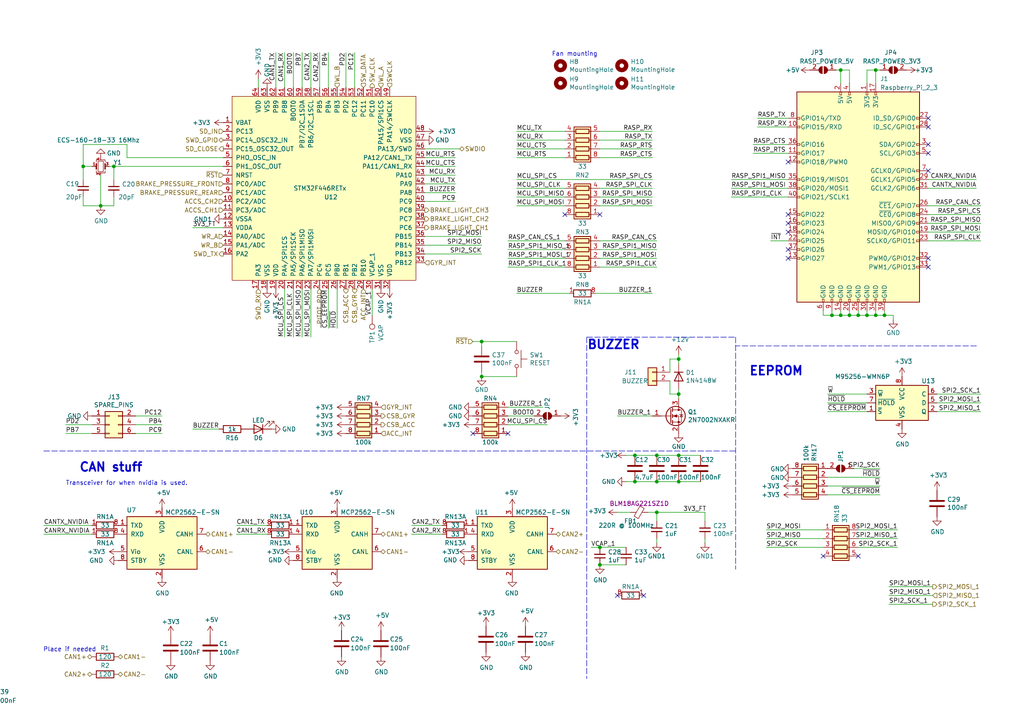
<source format=kicad_sch>
(kicad_sch (version 20211123) (generator eeschema)
  (paper "A4")
  (title_block (title "DAS+ECU") (date "2022-01-10") (rev "v1.0") (company "E-Agle TRT") (comment 1 "Filippo Volpe"))
  (junction (at 251.46 91.44))
  (junction (at 243.84 91.44))
  (junction (at 139.7 109.22))
  (junction (at 184.15 132.08))
  (junction (at 196.85 114.3))
  (junction (at 243.84 20.32))
  (junction (at 190.5 148.59))
  (junction (at -68.58 173.99))
  (junction (at 196.85 132.08))
  (junction (at 190.5 139.7))
  (junction (at 248.92 91.44))
  (junction (at 256.54 91.44))
  (junction (at 190.5 132.08))
  (junction (at 241.3 91.44))
  (junction (at -59.69 173.99))
  (junction (at 173.99 163.83))
  (junction (at 139.7 99.06))
  (junction (at 196.85 139.7))
  (junction (at 184.15 139.7))
  (junction (at 254 91.44))
  (junction (at 33.02 48.26))
  (junction (at -63.5 185.42))
  (junction (at 246.38 91.44))
  (junction (at 196.85 104.14))
  (junction (at 29.21 59.69))
  (junction (at -21.59 181.61))
  (junction (at 254 20.32))
  (junction (at 24.13 48.26))
  (junction (at 173.99 158.75))
  (no_connect (at 228.6 72.39))
  (no_connect (at 248.92 161.29))
  (no_connect (at 228.6 62.23))
  (no_connect (at 228.6 64.77))
  (no_connect (at 228.6 74.93))
  (no_connect (at 173.99 62.23))
  (no_connect (at 228.6 46.99))
  (no_connect (at 137.16 125.73))
  (no_connect (at 228.6 67.31))
  (no_connect (at 269.24 36.83))
  (no_connect (at 179.07 172.72))
  (no_connect (at 269.24 74.93))
  (no_connect (at 269.24 34.29))
  (no_connect (at 238.76 161.29))
  (no_connect (at 186.69 172.72))
  (no_connect (at 269.24 49.53))
  (no_connect (at 269.24 77.47))
  (no_connect (at 269.24 41.91))
  (no_connect (at 163.83 62.23))
  (no_connect (at 147.32 125.73))
  (no_connect (at 269.24 44.45))
  (wire (pts (xy 90.17 25.4) (xy 90.17 15.24)))
  (wire (pts (xy -11.43 181.61) (xy -8.89 181.61)))
  (wire (pts (xy -54.61 167.64) (xy -68.58 167.64)))
  (wire (pts (xy -73.66 156.21) (xy -54.61 156.21)))
  (wire (pts (xy 219.71 34.29) (xy 228.6 34.29)))
  (wire (pts (xy 196.85 139.7) (xy 190.5 139.7)))
  (wire (pts (xy 31.75 48.26) (xy 33.02 48.26)))
  (wire (pts (xy 173.99 45.72) (xy 189.23 45.72)))
  (wire (pts (xy 190.5 148.59) (xy 190.5 151.13)))
  (wire (pts (xy 29.21 50.8) (xy 29.21 59.69)))
  (wire (pts (xy 173.99 38.1) (xy 189.23 38.1)))
  (wire (pts (xy 46.99 120.65) (xy 39.37 120.65)))
  (wire (pts (xy 242.57 20.32) (xy 243.84 20.32)))
  (wire (pts (xy 260.35 158.75) (xy 248.92 158.75)))
  (wire (pts (xy 77.47 152.4) (xy 68.58 152.4)))
  (wire (pts (xy 123.19 73.66) (xy 139.7 73.66)))
  (wire (pts (xy 255.27 143.51) (xy 240.03 143.51)))
  (wire (pts (xy 26.67 154.94) (xy 12.7 154.94)))
  (wire (pts (xy 269.24 52.07) (xy 283.21 52.07)))
  (wire (pts (xy 87.63 15.24) (xy 87.63 25.4)))
  (wire (pts (xy -54.61 158.75) (xy -73.66 158.75)))
  (wire (pts (xy 82.55 83.82) (xy 82.55 97.79)))
  (polyline (pts (xy 283.21 100.33) (xy 213.36 100.33)))
  (wire (pts (xy 139.7 107.95) (xy 139.7 109.22)))
  (wire (pts (xy 243.84 20.32) (xy 246.38 20.32)))
  (wire (pts (xy 238.76 91.44) (xy 238.76 90.17)))
  (wire (pts (xy 132.08 48.26) (xy 123.19 48.26)))
  (wire (pts (xy 139.7 99.06) (xy 149.86 99.06)))
  (polyline (pts (xy 170.18 97.79) (xy 170.18 196.85)))
  (wire (pts (xy 256.54 90.17) (xy 256.54 91.44)))
  (wire (pts (xy 223.52 69.85) (xy 228.6 69.85)))
  (wire (pts (xy 240.03 140.97) (xy 255.27 140.97)))
  (wire (pts (xy 149.86 85.09) (xy 165.1 85.09)))
  (wire (pts (xy 149.86 54.61) (xy 163.83 54.61)))
  (wire (pts (xy -68.58 182.88) (xy -68.58 185.42)))
  (wire (pts (xy 123.19 71.12) (xy 139.7 71.12)))
  (wire (pts (xy 246.38 20.32) (xy 246.38 24.13)))
  (wire (pts (xy 181.61 163.83) (xy 173.99 163.83)))
  (wire (pts (xy 284.48 114.3) (xy 271.78 114.3)))
  (wire (pts (xy 240.03 119.38) (xy 251.46 119.38)))
  (wire (pts (xy 257.81 172.72) (xy 270.51 172.72)))
  (wire (pts (xy 33.02 57.15) (xy 33.02 59.69)))
  (wire (pts (xy 24.13 48.26) (xy 24.13 41.91)))
  (wire (pts (xy 284.48 64.77) (xy 269.24 64.77)))
  (wire (pts (xy 283.21 54.61) (xy 269.24 54.61)))
  (wire (pts (xy 149.86 43.18) (xy 163.83 43.18)))
  (wire (pts (xy 149.86 38.1) (xy 163.83 38.1)))
  (wire (pts (xy 149.86 59.69) (xy 163.83 59.69)))
  (wire (pts (xy 157.48 118.11) (xy 147.32 118.11)))
  (wire (pts (xy 194.31 104.14) (xy 194.31 107.95)))
  (wire (pts (xy 254 24.13) (xy 254 20.32)))
  (wire (pts (xy 147.32 74.93) (xy 163.83 74.93)))
  (wire (pts (xy 254 90.17) (xy 254 91.44)))
  (wire (pts (xy 212.09 57.15) (xy 228.6 57.15)))
  (wire (pts (xy 238.76 153.67) (xy 222.25 153.67)))
  (wire (pts (xy 204.47 157.48) (xy 204.47 156.21)))
  (wire (pts (xy 149.86 52.07) (xy 189.23 52.07)))
  (wire (pts (xy 39.37 125.73) (xy 46.99 125.73)))
  (wire (pts (xy 24.13 59.69) (xy 29.21 59.69)))
  (wire (pts (xy 284.48 62.23) (xy 269.24 62.23)))
  (wire (pts (xy 12.7 152.4) (xy 26.67 152.4)))
  (wire (pts (xy 163.83 45.72) (xy 149.86 45.72)))
  (wire (pts (xy 228.6 36.83) (xy 219.71 36.83)))
  (wire (pts (xy 196.85 132.08) (xy 203.2 132.08)))
  (wire (pts (xy 123.19 50.8) (xy 132.08 50.8)))
  (wire (pts (xy -59.69 173.99) (xy -59.69 177.8)))
  (wire (pts (xy 240.03 114.3) (xy 251.46 114.3)))
  (wire (pts (xy 254 91.44) (xy 251.46 91.44)))
  (wire (pts (xy 36.83 41.91) (xy 36.83 45.72)))
  (wire (pts (xy 257.81 170.18) (xy 270.51 170.18)))
  (polyline (pts (xy 170.18 97.79) (xy 213.36 97.79)))
  (wire (pts (xy 33.02 59.69) (xy 29.21 59.69)))
  (wire (pts (xy 255.27 20.32) (xy 254 20.32)))
  (wire (pts (xy 218.44 44.45) (xy 228.6 44.45)))
  (wire (pts (xy 163.83 40.64) (xy 149.86 40.64)))
  (wire (pts (xy 132.08 53.34) (xy 123.19 53.34)))
  (wire (pts (xy 24.13 41.91) (xy 36.83 41.91)))
  (wire (pts (xy 33.02 48.26) (xy 33.02 52.07)))
  (wire (pts (xy -59.69 173.99) (xy -54.61 173.99)))
  (wire (pts (xy 24.13 57.15) (xy 24.13 59.69)))
  (wire (pts (xy 163.83 72.39) (xy 147.32 72.39)))
  (wire (pts (xy 189.23 54.61) (xy 173.99 54.61)))
  (wire (pts (xy -73.66 151.13) (xy -54.61 151.13)))
  (wire (pts (xy 284.48 67.31) (xy 269.24 67.31)))
  (wire (pts (xy 107.95 91.44) (xy 107.95 83.82)))
  (wire (pts (xy 240.03 116.84) (xy 251.46 116.84)))
  (wire (pts (xy 196.85 102.87) (xy 196.85 104.14)))
  (wire (pts (xy 196.85 104.14) (xy 196.85 105.41)))
  (wire (pts (xy 97.79 95.25) (xy 97.79 83.82)))
  (wire (pts (xy 259.08 92.71) (xy 259.08 91.44)))
  (wire (pts (xy 190.5 77.47) (xy 173.99 77.47)))
  (wire (pts (xy -68.58 173.99) (xy -66.04 173.99)))
  (wire (pts (xy 24.13 48.26) (xy 24.13 52.07)))
  (wire (pts (xy 248.92 90.17) (xy 248.92 91.44)))
  (wire (pts (xy 128.27 154.94) (xy 119.38 154.94)))
  (wire (pts (xy 55.88 124.46) (xy 63.5 124.46)))
  (wire (pts (xy 181.61 158.75) (xy 173.99 158.75)))
  (wire (pts (xy -10.16 151.13) (xy -24.13 151.13)))
  (wire (pts (xy 260.35 153.67) (xy 248.92 153.67)))
  (wire (pts (xy -54.61 153.67) (xy -73.66 153.67)))
  (wire (pts (xy 147.32 77.47) (xy 163.83 77.47)))
  (wire (pts (xy 82.55 25.4) (xy 82.55 15.24)))
  (wire (pts (xy 256.54 91.44) (xy 254 91.44)))
  (wire (pts (xy 163.83 69.85) (xy 147.32 69.85)))
  (wire (pts (xy 246.38 91.44) (xy 243.84 91.44)))
  (wire (pts (xy 173.99 69.85) (xy 190.5 69.85)))
  (wire (pts (xy 190.5 132.08) (xy 196.85 132.08)))
  (wire (pts (xy 241.3 90.17) (xy 241.3 91.44)))
  (wire (pts (xy 190.5 148.59) (xy 204.47 148.59)))
  (wire (pts (xy 243.84 91.44) (xy 241.3 91.44)))
  (wire (pts (xy -60.96 173.99) (xy -59.69 173.99)))
  (wire (pts (xy 251.46 90.17) (xy 251.46 91.44)))
  (wire (pts (xy 212.09 52.07) (xy 228.6 52.07)))
  (wire (pts (xy 238.76 156.21) (xy 222.25 156.21)))
  (wire (pts (xy 194.31 110.49) (xy 194.31 114.3)))
  (wire (pts (xy 24.13 48.26) (xy 26.67 48.26)))
  (polyline (pts (xy 213.36 97.79) (xy 213.36 165.1)))
  (wire (pts (xy -19.05 181.61) (xy -21.59 181.61)))
  (wire (pts (xy 133.35 43.18) (xy 123.19 43.18)))
  (wire (pts (xy 181.61 132.08) (xy 184.15 132.08)))
  (wire (pts (xy 196.85 113.03) (xy 196.85 114.3)))
  (wire (pts (xy 257.81 175.26) (xy 270.51 175.26)))
  (wire (pts (xy 284.48 69.85) (xy 269.24 69.85)))
  (wire (pts (xy 204.47 148.59) (xy 204.47 151.13)))
  (wire (pts (xy 77.47 154.94) (xy 68.58 154.94)))
  (wire (pts (xy 179.07 148.59) (xy 182.88 148.59)))
  (wire (pts (xy 259.08 91.44) (xy 256.54 91.44)))
  (wire (pts (xy 46.99 123.19) (xy 39.37 123.19)))
  (wire (pts (xy 243.84 90.17) (xy 243.84 91.44)))
  (wire (pts (xy 260.35 156.21) (xy 248.92 156.21)))
  (wire (pts (xy 238.76 158.75) (xy 222.25 158.75)))
  (wire (pts (xy -63.5 176.53) (xy -63.5 185.42)))
  (wire (pts (xy 95.25 15.24) (xy 95.25 25.4)))
  (wire (pts (xy 100.33 25.4) (xy 100.33 15.24)))
  (wire (pts (xy -59.69 182.88) (xy -59.69 185.42)))
  (wire (pts (xy 87.63 83.82) (xy 87.63 97.79)))
  (wire (pts (xy 173.99 72.39) (xy 190.5 72.39)))
  (wire (pts (xy -20.32 166.37) (xy -24.13 166.37)))
  (wire (pts (xy 90.17 97.79) (xy 90.17 83.82)))
  (wire (pts (xy 33.02 48.26) (xy 64.77 48.26)))
  (wire (pts (xy 179.07 120.65) (xy 189.23 120.65)))
  (wire (pts (xy 246.38 90.17) (xy 246.38 91.44)))
  (wire (pts (xy 190.5 139.7) (xy 184.15 139.7)))
  (wire (pts (xy 189.23 57.15) (xy 173.99 57.15)))
  (wire (pts (xy 123.19 68.58) (xy 139.7 68.58)))
  (wire (pts (xy 194.31 114.3) (xy 196.85 114.3)))
  (wire (pts (xy 154.94 120.65) (xy 147.32 120.65)))
  (wire (pts (xy 55.88 66.04) (xy 64.77 66.04)))
  (wire (pts (xy 196.85 114.3) (xy 196.85 115.57)))
  (wire (pts (xy 190.5 157.48) (xy 190.5 156.21)))
  (wire (pts (xy 139.7 109.22) (xy 149.86 109.22)))
  (wire (pts (xy 189.23 40.64) (xy 173.99 40.64)))
  (wire (pts (xy 248.92 91.44) (xy 246.38 91.44)))
  (wire (pts (xy 85.09 97.79) (xy 85.09 83.82)))
  (wire (pts (xy 139.7 100.33) (xy 139.7 99.06)))
  (wire (pts (xy 80.01 25.4) (xy 80.01 15.24)))
  (wire (pts (xy 123.19 58.42) (xy 132.08 58.42)))
  (wire (pts (xy 243.84 24.13) (xy 243.84 20.32)))
  (wire (pts (xy 26.67 125.73) (xy 19.05 125.73)))
  (wire (pts (xy 128.27 152.4) (xy 119.38 152.4)))
  (wire (pts (xy 132.08 55.88) (xy 123.19 55.88)))
  (wire (pts (xy 284.48 119.38) (xy 271.78 119.38)))
  (wire (pts (xy 171.45 158.75) (xy 173.99 158.75)))
  (wire (pts (xy 184.15 132.08) (xy 190.5 132.08)))
  (wire (pts (xy 184.15 139.7) (xy 181.61 139.7)))
  (wire (pts (xy -68.58 173.99) (xy -68.58 167.64)))
  (polyline (pts (xy 12.7 130.81) (xy 213.36 130.81)))
  (wire (pts (xy 218.44 41.91) (xy 228.6 41.91)))
  (wire (pts (xy 172.72 85.09) (xy 189.23 85.09)))
  (wire (pts (xy 228.6 54.61) (xy 212.09 54.61)))
  (wire (pts (xy 187.96 148.59) (xy 190.5 148.59)))
  (wire (pts (xy -21.59 184.15) (xy -21.59 181.61)))
  (wire (pts (xy 92.71 25.4) (xy 92.71 15.24)))
  (wire (pts (xy 123.19 45.72) (xy 132.08 45.72)))
  (wire (pts (xy 189.23 59.69) (xy 173.99 59.69)))
  (wire (pts (xy 190.5 74.93) (xy 173.99 74.93)))
  (wire (pts (xy 247.65 135.89) (xy 255.27 135.89)))
  (wire (pts (xy -24.13 153.67) (xy -10.16 153.67)))
  (wire (pts (xy 203.2 139.7) (xy 196.85 139.7)))
  (wire (pts (xy 189.23 43.18) (xy 173.99 43.18)))
  (wire (pts (xy 149.86 57.15) (xy 163.83 57.15)))
  (wire (pts (xy 102.87 25.4) (xy 102.87 15.24)))
  (wire (pts (xy 85.09 15.24) (xy 85.09 25.4)))
  (wire (pts (xy 26.67 123.19) (xy 19.05 123.19)))
  (wire (pts (xy 251.46 91.44) (xy 248.92 91.44)))
  (wire (pts (xy -54.61 171.45) (xy -54.61 167.64)))
  (wire (pts (xy -21.59 181.61) (xy -24.13 181.61)))
  (wire (pts (xy 284.48 116.84) (xy 271.78 116.84)))
  (wire (pts (xy 254 20.32) (xy 251.46 20.32)))
  (wire (pts (xy 284.48 59.69) (xy 269.24 59.69)))
  (wire (pts (xy 64.77 45.72) (xy 36.83 45.72)))
  (wire (pts (xy 251.46 20.32) (xy 251.46 24.13)))
  (wire (pts (xy 95.25 95.25) (xy 95.25 83.82)))
  (wire (pts (xy -59.69 185.42) (xy -63.5 185.42)))
  (wire (pts (xy 158.75 123.19) (xy 147.32 123.19)))
  (wire (pts (xy -68.58 173.99) (xy -68.58 177.8)))
  (wire (pts (xy 74.93 22.86) (xy 74.93 25.4)))
  (wire (pts (xy 255.27 138.43) (xy 240.03 138.43)))
  (wire (pts (xy 194.31 104.14) (xy 196.85 104.14)))
  (wire (pts (xy 241.3 91.44) (xy 238.76 91.44)))
  (wire (pts (xy -68.58 185.42) (xy -63.5 185.42)))
  (wire (pts (xy 137.16 99.06) (xy 139.7 99.06)))
  (text "Place if needed" (at 27.94 189.23 180) (effects (font (size 1.27 1.27)) (justify right bottom)))
  (text "EEPROM" (at 217.17 109.22 0) (effects (font (size 2.54 2.54) (thickness 0.508) bold) (justify left bottom)))
  (text "BUZZER" (at 170.18 101.6 0) (effects (font (size 2.54 2.54) (thickness 0.508) bold) (justify left bottom)))
  (text "Transceiver for when nvidia is used." (at 19.05 140.97 0) (effects (font (size 1.27 1.27)) (justify left bottom)))
  (text "Fan mounting" (at 160.02 16.51 0) (effects (font (size 1.27 1.27)) (justify left bottom)))
  (text "CAN stuff" (at 22.86 137.16 0) (effects (font (size 2.54 2.54) (thickness 0.508) bold) (justify left bottom)))
  (label "CAN2_RX" (at 119.38 154.94 0))
  (label "MCU_CTS" (at 132.08 48.26 180))
  (label "RASP_SPI1_CLK_1" (at 147.32 77.47 0))
  (label "SPI2_MISO_1" (at 257.81 172.72 0))
  (label "CAN1_TX" (at 80.01 15.24 270))
  (label "SPI2_MISO_1" (at 260.35 156.21 180))
  (label "RASP_RX" (at 219.71 36.83 0))
  (label "RASP_SPI1_MOSI" (at 190.5 74.93 180))
  (label "MCU_SPI_MISO" (at 149.86 57.15 0))
  (label "BUZZER" (at 149.86 85.09 0))
  (label "~{W}" (at 240.03 114.3 0))
  (label "MCU_SPI_MOSI" (at 90.17 97.79 90))
  (label "SPI2_MOSI" (at 139.7 68.58 180))
  (label "CANRX_NVIDIA" (at 283.21 52.07 180))
  (label "RASP_RX" (at 189.23 38.1 180))
  (label "PC9" (at 46.99 125.73 180))
  (label "SPI2_SCK" (at 139.7 73.66 180))
  (label "RASP_SPI_CS" (at 284.48 62.23 180))
  (label "SPI2_MISO" (at 222.25 156.21 0))
  (label "MCU_SPI_CLK" (at 149.86 54.61 0))
  (label "RASP_CAN_CS" (at 284.48 59.69 180))
  (label "BOOT0" (at 154.94 120.65 180))
  (label "MCU_SPI_MISO" (at 87.63 97.79 90))
  (label "~{CS_EEPROM}" (at 95.25 95.25 90))
  (label "RASP_SPI1_MISO" (at 212.09 52.07 0))
  (label "RASP_SPI_CS" (at 189.23 52.07 180))
  (label "CAN2_TX" (at 90.17 15.24 270))
  (label "VCAP_1" (at 171.45 158.75 0))
  (label "BUZZER_1" (at 179.07 120.65 0))
  (label "BOOT0" (at 85.09 15.24 270))
  (label "SPI2_MOSI_1" (at 257.81 170.18 0))
  (label "MCU_RX" (at 149.86 40.64 0))
  (label "~{HOLD}" (at 255.27 138.43 180))
  (label "MCU_SPI_CS" (at 82.55 97.79 90))
  (label "RASP_TX" (at 219.71 34.29 0))
  (label "~{W}" (at 255.27 140.97 180))
  (label "PC12" (at 46.99 120.65 180))
  (label "RASP_SPI1_MOSI_1" (at -73.66 151.13 0))
  (label "RASP_SPI1_CLK" (at 212.09 57.15 0))
  (label "RASP_SPI_CLK" (at 189.23 54.61 180))
  (label "MCU_SPI_CS" (at 158.75 123.19 180))
  (label "CAN1_TX" (at 68.58 152.4 0))
  (label "RASP_SPI_MOSI" (at 189.23 59.69 180))
  (label "~{INT}" (at -20.32 166.37 180))
  (label "MCU_TX" (at 132.08 53.34 180))
  (label "RASP_SPI_MISO" (at 189.23 57.15 180))
  (label "RASP_SPI1_CLK_1" (at -73.66 158.75 0))
  (label "MCU_RTS" (at 149.86 45.72 0))
  (label "PD2" (at 100.33 15.24 270))
  (label "SPI2_SCK_1" (at 284.48 114.3 180))
  (label "SPI2_MOSI_1" (at 260.35 153.67 180))
  (label "CAN1_RX" (at 82.55 15.24 270))
  (label "MCU_CTS" (at 149.86 43.18 0))
  (label "PD2" (at 19.05 123.19 0))
  (label "~{INT}" (at 223.52 69.85 0))
  (label "CANTX_NVIDIA" (at -10.16 153.67 180))
  (label "SPI2_SCK_1" (at 260.35 158.75 180))
  (label "~{CS_EEPROM}" (at 240.03 119.38 0))
  (label "BUZZER_1" (at 157.48 118.11 180))
  (label "CAN2_RX" (at 92.71 15.24 270))
  (label "CAN1_RX" (at 68.58 154.94 0))
  (label "RASP_CTS" (at 189.23 45.72 180))
  (label "CAN2_TX" (at 119.38 152.4 0))
  (label "RASP_RTS" (at 218.44 44.45 0))
  (label "PC9" (at 132.08 58.42 180))
  (label "MCU_SPI_CS" (at 149.86 52.07 0))
  (label "PB7" (at 19.05 125.73 0))
  (label "RASP_TX" (at 189.23 40.64 180))
  (label "SPI2_SCK" (at 222.25 158.75 0))
  (label "PB7" (at 87.63 15.24 270))
  (label "PB4" (at 95.25 15.24 270))
  (label "CANRX_NVIDIA" (at 12.7 154.94 0))
  (label "BUZZER_1" (at 189.23 85.09 180))
  (label "RASP_SPI_CLK" (at 284.48 69.85 180))
  (label "SPI2_SCK" (at 255.27 135.89 180))
  (label "CANTX_NVIDIA" (at 283.21 54.61 180))
  (label "RASP_SPI1_CLK" (at 190.5 77.47 180))
  (label "RASP_CTS" (at 218.44 41.91 0))
  (label "3V3_FT" (at 55.88 66.04 0))
  (label "~{HOLD}" (at 97.79 95.25 90))
  (label "RASP_CAN_CS" (at 190.5 69.85 180))
  (label "~{CS_EEPROM}" (at 255.27 143.51 180))
  (label "MCU_SPI_CLK" (at 85.09 97.79 90))
  (label "PB4" (at 46.99 123.19 180))
  (label "MCU_TX" (at 149.86 38.1 0))
  (label "RASP_SPI1_MISO_1" (at 147.32 72.39 0))
  (label "BUZZER" (at 132.08 55.88 180))
  (label "PC12" (at 102.87 15.24 270))
  (label "CANRX_NVIDIA" (at -10.16 151.13 180))
  (label "SPI2_MOSI_1" (at 284.48 116.84 180))
  (label "MCU_SPI_MOSI" (at 149.86 59.69 0))
  (label "SPI2_MISO_1" (at 284.48 119.38 180))
  (label "RASP_CAN_CS_1" (at 147.32 69.85 0))
  (label "SPI2_MOSI" (at 222.25 153.67 0))
  (label "MCU_RX" (at 132.08 50.8 180))
  (label "RASP_SPI_MISO" (at 284.48 64.77 180))
  (label "RASP_SPI1_MISO" (at 190.5 72.39 180))
  (label "RASP_SPI1_MOSI_1" (at 147.32 74.93 0))
  (label "3V3_FT" (at 198.12 148.59 0))
  (label "RASP_RTS" (at 189.23 43.18 180))
  (label "MCU_RTS" (at 132.08 45.72 180))
  (label "CANTX_NVIDIA" (at 12.7 152.4 0))
  (label "~{HOLD}" (at 240.03 116.84 0))
  (label "RASP_SPI_MOSI" (at 284.48 67.31 180))
  (label "RASP_SPI1_MISO_1" (at -73.66 153.67 0))
  (label "BUZZER" (at 55.88 124.46 0))
  (label "VCAP_1" (at 107.95 91.44 90))
  (label "SPI2_MISO" (at 139.7 71.12 180))
  (label "SPI2_SCK_1" (at 257.81 175.26 0))
  (label "RASP_CAN_CS_1" (at -73.66 156.21 0))
  (label "RASP_SPI1_MOSI" (at 212.09 54.61 0))
  (hierarchical_label "WR_B" (shape input) (at 64.77 71.12 180))
  (hierarchical_label "CAN2-" (shape bidirectional) (at 34.29 195.58 0))
  (hierarchical_label "ACC_INT" (shape input) (at 105.41 83.82 270))
  (hierarchical_label "BRAKE_PRESSURE_REAR" (shape input) (at 64.77 55.88 180))
  (hierarchical_label "SD_CLOSE" (shape output) (at 64.77 43.18 180))
  (hierarchical_label "SWD_TX" (shape output) (at 64.77 73.66 180))
  (hierarchical_label "SPI2_MOSI_1" (shape output) (at 270.51 170.18 0))
  (hierarchical_label "WL_B" (shape input) (at 97.79 25.4 90))
  (hierarchical_label "CAN1-" (shape bidirectional) (at 34.29 190.5 0))
  (hierarchical_label "CAN1+" (shape bidirectional) (at 26.67 190.5 180))
  (hierarchical_label "SD_IN" (shape input) (at 64.77 38.1 180))
  (hierarchical_label "SW_DATA" (shape input) (at 105.41 25.4 90))
  (hierarchical_label "GYR_INT" (shape input) (at 110.49 118.11 0))
  (hierarchical_label "CSB_GYR" (shape output) (at 110.49 120.65 0))
  (hierarchical_label "ACCS_CH1" (shape input) (at 64.77 60.96 180))
  (hierarchical_label "BRAKE_LIGHT_CH2" (shape output) (at 123.19 63.5 0))
  (hierarchical_label "WL_A" (shape input) (at 110.49 25.4 90))
  (hierarchical_label "~{RST}" (shape input) (at 137.16 99.06 180))
  (hierarchical_label "GYR_INT" (shape input) (at 123.19 76.2 0))
  (hierarchical_label "BRAKE_PRESSURE_FRONT" (shape input) (at 64.77 53.34 180))
  (hierarchical_label "ACC_INT" (shape input) (at 110.49 125.73 0))
  (hierarchical_label "BRAKE_LIGHT_CH1" (shape output) (at 123.19 66.04 0))
  (hierarchical_label "CSB_ACC" (shape output) (at 110.49 123.19 0))
  (hierarchical_label "CAN2+" (shape bidirectional) (at 161.29 154.94 0))
  (hierarchical_label "~{RST}" (shape input) (at 64.77 50.8 180))
  (hierarchical_label "CAN1+" (shape bidirectional) (at 59.69 154.94 0))
  (hierarchical_label "CAN2+" (shape bidirectional) (at 26.67 195.58 180))
  (hierarchical_label "CAN2-" (shape bidirectional) (at 161.29 160.02 0))
  (hierarchical_label "CSB_GYR" (shape output) (at 102.87 83.82 270))
  (hierarchical_label "SPI2_MISO_1" (shape input) (at 270.51 172.72 0))
  (hierarchical_label "CAN1-" (shape bidirectional) (at 59.69 160.02 0))
  (hierarchical_label "SPI2_SCK_1" (shape output) (at 270.51 175.26 0))
  (hierarchical_label "SWD_RX" (shape input) (at 74.93 83.82 270))
  (hierarchical_label "SWCLK" (shape input) (at 113.03 25.4 90))
  (hierarchical_label "SWDIO" (shape bidirectional) (at 133.35 43.18 0))
  (hierarchical_label "PITOT_PD" (shape input) (at 92.71 83.82 270))
  (hierarchical_label "BRAKE_LIGHT_CH3" (shape output) (at 123.19 60.96 0))
  (hierarchical_label "CAN1+" (shape bidirectional) (at 110.49 154.94 0))
  (hierarchical_label "ACCS_CH2" (shape input) (at 64.77 58.42 180))
  (hierarchical_label "CSB_ACC" (shape output) (at 100.33 83.82 270))
  (hierarchical_label "SWD_GPIO" (shape bidirectional) (at 64.77 40.64 180))
  (hierarchical_label "CAN1-" (shape bidirectional) (at 110.49 160.02 0))
  (hierarchical_label "SW_CLK" (shape output) (at 107.95 25.4 90))
  (hierarchical_label "WR_A" (shape input) (at 64.77 68.58 180))
  (symbol (lib_id "Interface_CAN_LIN:MCP2562-E-SN") (at 46.99 157.48 0) (unit 1)
    (property "Reference" "U7" (at 38.1 147.955 0))
    (property "Value" "MCP2562-E-SN" (at 55.88 148.59 0))
    (property "Footprint" "Package_SO:SOIC-8_3.9x4.9mm_P1.27mm" (effects hide))
    (property "Datasheet" "http://ww1.microchip.com/downloads/en/DeviceDoc/25167A.pdf" (effects hide))
  )
  (symbol (lib_id "Device:R_Pack04") (at 142.24 120.65 90)
    (property "Reference" "RN4" (at 142.24 115.57 90))
    (property "Value" "100k" (at 142.24 128.27 90))
    (property "Footprint" "Resistor_SMD:R_Array_Convex_4x0603" (effects hide))
  )
  (symbol (lib_id "power:GND") (at 137.16 118.11 270)
    (property "Reference" "#PWR014" (effects hide))
    (property "Value" "GND" (at 132.08 118.11 90))
  )
  (symbol (lib_id "power:GND") (at 196.85 125.73 0)
    (property "Reference" "#PWR019" (effects hide))
    (property "Value" "GND" (at 196.85 129.54 0))
  )
  (symbol (lib_id "power:+12V") (at 196.85 102.87 0) (unit 1)
    (property "Reference" "#PWR018" (effects hide))
    (property "Value" "+12V" (at 197.231 98.4758 0))
  )
  (symbol (lib_id "Device:R_Pack04") (at 168.91 40.64 270) (mirror x)
    (property "Reference" "RN2" (at 168.91 50.8 90))
    (property "Value" "33" (at 168.91 48.26 90))
    (property "Footprint" "Resistor_SMD:R_Array_Convex_4x0603" (effects hide))
  )
  (symbol (lib_id "power:GND") (at 259.08 92.71 0)
    (property "Reference" "#PWR021" (effects hide))
    (property "Value" "GND" (at 259.08 96.52 0))
  )
  (symbol (lib_id "Connector:Raspberry_Pi_2_3") (at 248.92 57.15 0)
    (property "Reference" "J1" (at 255.27 22.86 0) (effects (justify left)))
    (property "Value" "Raspberry_Pi_2_3" (at 255.27 25.4 0) (effects (justify left)))
    (property "Footprint" "Eagle_Main:raspberrypi_hat_template" (effects hide))
    (property "Datasheet" "https://www.raspberrypi.org/documentation/hardware/raspberrypi/schematics/rpi_SCH_3bplus_1p0_reduced.pdf" (effects hide))
  )
  (symbol (lib_id "power:+5V") (at 234.95 20.32 90) (unit 1)
    (property "Reference" "#PWR015" (effects hide))
    (property "Value" "+5V" (at 229.87 20.32 90))
  )
  (symbol (lib_id "power:+3.3V") (at 262.89 20.32 270) (unit 1)
    (property "Reference" "#PWR017" (effects hide))
    (property "Value" "+3.3V" (at 267.97 20.32 90))
  )
  (symbol (lib_id "Device:R_Pack04") (at 168.91 57.15 90)
    (property "Reference" "RN3" (at 168.91 67.31 90))
    (property "Value" "33" (at 168.91 64.77 90))
    (property "Footprint" "Resistor_SMD:R_Array_Convex_4x0603" (effects hide))
  )
  (symbol (lib_id "Device:R") (at 30.48 190.5 90)
    (property "Reference" "R1" (at 31.75 187.96 90) (effects (justify left)))
    (property "Value" "120" (at 30.48 190.5 90))
    (property "Footprint" "Resistor_SMD:R_0805_2012Metric" (effects hide))
  )
  (symbol (lib_id "Device:R") (at 30.48 195.58 90)
    (property "Reference" "R2" (at 30.48 193.04 90))
    (property "Value" "120" (at 30.48 195.58 90))
    (property "Footprint" "Resistor_SMD:R_0805_2012Metric" (effects hide))
  )
  (symbol (lib_id "Device:C") (at 49.53 187.96 0) (unit 1)
    (property "Reference" "C22" (at 52.07 186.69 0) (effects (justify left)))
    (property "Value" "100nF" (at 52.07 189.23 0) (effects (justify left)))
    (property "Footprint" "Capacitor_SMD:C_0603_1608Metric" (effects hide))
  )
  (symbol (lib_id "Device:R_Pack04_Split") (at 30.48 152.4 270)
    (property "Reference" "RN1" (at 30.48 149.86 90))
    (property "Value" "33" (at 30.48 152.4 90))
    (property "Footprint" "Resistor_SMD:R_Array_Convex_4x0603" (effects hide))
  )
  (symbol (lib_id "Device:R_Pack04_Split") (at 30.48 154.94 270)
    (property "Reference" "RN1" (at 30.48 157.48 90))
    (property "Value" "33" (at 30.48 154.94 90))
    (property "Footprint" "Resistor_SMD:R_Array_Convex_4x0603" (effects hide))
  )
  (symbol (lib_id "Device:R_Pack04_Split") (at 168.91 85.09 270)
    (property "Reference" "RN1" (at 168.91 87.63 90))
    (property "Value" "33" (at 168.91 85.09 90))
    (property "Footprint" "Resistor_SMD:R_Array_Convex_4x0603" (effects hide))
  )
  (symbol (lib_id "Device:R_Pack04_Split") (at 182.88 172.72 90)
    (property "Reference" "RN1" (at 182.88 170.18 90))
    (property "Value" "33" (at 182.88 172.72 90))
    (property "Footprint" "Resistor_SMD:R_Array_Convex_4x0603" (effects hide))
  )
  (symbol (lib_id "power:GND") (at 46.99 167.64 0) (unit 1)
    (property "Reference" "#PWR04" (effects hide))
    (property "Value" "GND" (at 47.117 172.0342 0))
  )
  (symbol (lib_id "power:GND") (at 49.53 191.77 0) (unit 1)
    (property "Reference" "#PWR09" (effects hide))
    (property "Value" "GND" (at 49.657 196.1642 0))
  )
  (symbol (lib_id "power:+3.3V") (at 49.53 184.15 0) (unit 1)
    (property "Reference" "#PWR08" (effects hide))
    (property "Value" "+3.3V" (at 49.53 180.34 0))
  )
  (symbol (lib_id "Device:C") (at 60.96 187.96 0) (unit 1)
    (property "Reference" "C1" (at 63.5 186.69 0) (effects (justify left)))
    (property "Value" "100nF" (at 63.5 189.23 0) (effects (justify left)))
    (property "Footprint" "Capacitor_SMD:C_0603_1608Metric" (effects hide))
  )
  (symbol (lib_id "power:GND") (at 60.96 191.77 0) (unit 1)
    (property "Reference" "#PWR011" (effects hide))
    (property "Value" "GND" (at 61.087 196.1642 0))
  )
  (symbol (lib_id "power:+5V") (at 60.96 184.15 0) (unit 1)
    (property "Reference" "#PWR010" (effects hide))
    (property "Value" "+5V" (at 61.341 179.7558 0))
  )
  (symbol (lib_id "Diode:1N4148W") (at 196.85 109.22 270) (unit 1)
    (property "Reference" "D1" (at 198.882 108.0516 90) (effects (justify left)))
    (property "Value" "1N4148W" (at 198.882 110.363 90) (effects (justify left)))
    (property "Footprint" "Diode_SMD:D_SOD-323" (effects hide))
    (property "Datasheet" "https://www.vishay.com/docs/85748/1n4148w.pdf" (effects hide))
  )
  (symbol (lib_id "power:+5V") (at 46.99 147.32 0) (unit 1)
    (property "Reference" "#PWR03" (effects hide))
    (property "Value" "+5V" (at 47.371 142.9258 0))
  )
  (symbol (lib_id "power:+3.3V") (at 34.29 160.02 90) (unit 1)
    (property "Reference" "#PWR01" (effects hide))
    (property "Value" "+3.3V" (at 27.94 160.02 90))
  )
  (symbol (lib_id "power:GND") (at 34.29 162.56 270) (unit 1)
    (property "Reference" "#PWR02" (effects hide))
    (property "Value" "GND" (at 27.94 162.56 90))
  )
  (symbol (lib_id "power:+3.3V") (at 229.87 143.51 90) (unit 1)
    (property "Reference" "#PWR0124" (effects hide))
    (property "Value" "+3.3V" (at 223.52 143.51 90))
  )
  (symbol (lib_id "power:+3.3V") (at 229.87 140.97 90) (unit 1)
    (property "Reference" "#PWR0125" (effects hide))
    (property "Value" "+3.3V" (at 223.52 140.97 90))
  )
  (symbol (lib_id "power:GND") (at 229.87 135.89 270) (unit 1)
    (property "Reference" "#PWR0126" (effects hide))
    (property "Value" "GND" (at 225.4758 136.017 90))
  )
  (symbol (lib_id "power:GND") (at 229.87 138.43 270) (unit 1)
    (property "Reference" "#PWR0127" (effects hide))
    (property "Value" "GND" (at 225.4758 138.557 90))
  )
  (symbol (lib_id "Device:Ferrite_Bead_Small") (at 185.42 148.59 90) (unit 1)
    (property "Reference" "FB1" (at 182.88 151.13 90))
    (property "Value" "220R @ 100MHz" (at 181.61 152.4 90))
    (property "Footprint" "Inductor_SMD:L_0603_1608Metric" (effects hide))
    (property "Partname" "BLM18AG221SZ1D" (at 185.42 146.05 90))
  )
  (symbol (lib_id "Device:C_Small") (at 33.02 54.61 0) (unit 1)
    (property "Reference" "C20" (at 35.3568 53.4416 0) (effects (justify left)))
    (property "Value" "20pF" (at 34.29 57.15 0) (effects (justify left)))
    (property "Footprint" "Capacitor_SMD:C_0603_1608Metric" (effects hide))
  )
  (symbol (lib_id "Jumper:SolderJumper_2_Open") (at 243.84 135.89 0) (mirror y) (unit 1)
    (property "Reference" "JP1" (at 243.84 134.1628 90) (effects (justify left)))
    (property "Value" "SolderJumper_2_Open" (effects hide))
    (property "Footprint" "Jumper:SolderJumper-2_P1.3mm_Open_RoundedPad1.0x1.5mm" (effects hide))
  )
  (symbol (lib_id "Device:C_Small") (at 24.13 54.61 0) (unit 1)
    (property "Reference" "C19" (at 19.05 53.34 0) (effects (justify left)))
    (property "Value" "20pF" (at 19.05 57.15 0) (effects (justify left)))
    (property "Footprint" "Capacitor_SMD:C_0603_1608Metric" (effects hide))
  )
  (symbol (lib_id "Device:C_Small") (at 190.5 153.67 0) (unit 1)
    (property "Reference" "C21" (at 192.8368 152.5016 0) (effects (justify left)))
    (property "Value" "1uF" (at 192.8368 154.813 0) (effects (justify left)))
    (property "Footprint" "Capacitor_SMD:C_0805_2012Metric" (effects hide))
  )
  (symbol (lib_id "Device:C_Small") (at 204.47 153.67 0) (unit 1)
    (property "Reference" "C23" (at 206.8068 152.5016 0) (effects (justify left)))
    (property "Value" "100nF" (at 206.8068 154.813 0) (effects (justify left)))
    (property "Footprint" "Capacitor_SMD:C_0603_1608Metric" (effects hide))
  )
  (symbol (lib_id "power:+3.3V") (at 179.07 148.59 90) (unit 1)
    (property "Reference" "#PWR095" (effects hide))
    (property "Value" "+3.3V" (at 175.8188 148.209 90) (effects (justify left)))
  )
  (symbol (lib_id "Memory_EEPROM:M95256-WMN6P") (at 261.62 116.84 0) (unit 1)
    (property "Reference" "U13" (at 269.24 110.49 0))
    (property "Value" "M95256-WMN6P" (at 250.19 109.22 0))
    (property "Footprint" "Package_SO:TSSOP-8_4.4x3mm_P0.65mm" (effects hide))
    (property "Datasheet" "http://www.st.com/content/ccc/resource/technical/document/datasheet/9d/75/f0/3e/76/00/4c/0b/CD00103810.pdf/files/CD00103810.pdf/jcr:content/translations/en.CD00103810.pdf" (effects hide))
  )
  (symbol (lib_id "Interface_CAN_LIN:MCP2562-E-SN") (at 97.79 157.48 0)
    (property "Reference" "U10" (at 88.9 148.59 0))
    (property "Value" "MCP2562-E-SN" (at 106.68 148.59 0))
    (property "Footprint" "Package_SO:SOIC-8_3.9x4.9mm_P1.27mm" (effects hide))
    (property "Datasheet" "http://ww1.microchip.com/downloads/en/DeviceDoc/25167A.pdf" (effects hide))
  )
  (symbol (lib_id "Device:R_Pack04_Split") (at 132.08 152.4 90) (mirror x)
    (property "Reference" "RN13" (at 132.08 149.86 90))
    (property "Value" "33" (at 132.08 152.4 90))
    (property "Footprint" "Resistor_SMD:R_Array_Convex_4x0603" (effects hide))
  )
  (symbol (lib_id "Device:R_Pack04_Split") (at 81.28 154.94 90) (mirror x)
    (property "Reference" "RN13" (at 81.28 157.48 90))
    (property "Value" "33" (at 81.28 154.94 90))
    (property "Footprint" "Resistor_SMD:R_Array_Convex_4x0603" (effects hide))
  )
  (symbol (lib_id "Device:R_Pack04_Split") (at 81.28 152.4 90) (mirror x)
    (property "Reference" "RN13" (at 81.28 149.86 90))
    (property "Value" "33" (at 81.28 152.4 90))
    (property "Footprint" "Resistor_SMD:R_Array_Convex_4x0603" (effects hide))
  )
  (symbol (lib_id "Device:R_Pack04_Split") (at 132.08 154.94 90) (mirror x)
    (property "Reference" "RN13" (at 132.08 157.48 90))
    (property "Value" "33" (at 132.08 154.94 90))
    (property "Footprint" "Resistor_SMD:R_Array_Convex_4x0603" (effects hide))
  )
  (symbol (lib_id "Interface_CAN_LIN:MCP2562-E-SN") (at 148.59 157.48 0)
    (property "Reference" "U11" (at 139.7 148.59 0))
    (property "Value" "MCP2562-E-SN" (at 157.48 148.59 0))
    (property "Footprint" "Package_SO:SOIC-8_3.9x4.9mm_P1.27mm" (effects hide))
    (property "Datasheet" "http://ww1.microchip.com/downloads/en/DeviceDoc/25167A.pdf" (effects hide))
  )
  (symbol (lib_id "power:GND") (at 97.79 167.64 0) (mirror y)
    (property "Reference" "#PWR013" (effects hide))
    (property "Value" "GND" (at 97.663 172.0342 0))
  )
  (symbol (lib_id "power:GND") (at 148.59 167.64 0) (mirror y)
    (property "Reference" "#PWR0107" (effects hide))
    (property "Value" "GND" (at 148.463 172.0342 0))
  )
  (symbol (lib_id "power:+5V") (at 97.79 147.32 0) (mirror y)
    (property "Reference" "#PWR012" (effects hide))
    (property "Value" "+5V" (at 97.409 142.9258 0))
  )
  (symbol (lib_id "power:+5V") (at 148.59 147.32 0) (mirror y)
    (property "Reference" "#PWR0106" (effects hide))
    (property "Value" "+5V" (at 148.209 142.9258 0))
  )
  (symbol (lib_id "power:+3.3V") (at 85.09 160.02 90) (mirror x)
    (property "Reference" "#PWR06" (effects hide))
    (property "Value" "+3.3V" (at 82.55 160.02 90) (effects (justify left)))
  )
  (symbol (lib_id "power:+3.3V") (at 135.89 160.02 90) (mirror x)
    (property "Reference" "#PWR083" (effects hide))
    (property "Value" "+3.3V" (at 133.35 160.02 90) (effects (justify left)))
  )
  (symbol (lib_id "power:GND") (at 85.09 162.56 270) (mirror x)
    (property "Reference" "#PWR07" (effects hide))
    (property "Value" "GND" (at 81.8388 162.433 90) (effects (justify right)))
  )
  (symbol (lib_id "power:GND") (at 135.89 162.56 270) (mirror x)
    (property "Reference" "#PWR084" (effects hide))
    (property "Value" "GND" (at 132.6388 162.433 90) (effects (justify right)))
  )
  (symbol (lib_id "Transistor_FET:2N7002") (at 194.31 120.65 0)
    (property "Reference" "Q1" (at 199.4916 119.4816 0) (effects (justify left)))
    (property "Value" "2N7002NXAKR" (at 199.4916 121.793 0) (effects (justify left)))
    (property "Footprint" "Package_TO_SOT_SMD:SOT-23" (effects hide))
    (property "Datasheet" "https://www.onsemi.com/pub/Collateral/NDS7002A-D.PDF" (effects hide))
  )
  (symbol (lib_id "Eagle_Main:STM32F446RETx_physical") (at 93.98 54.61 0) (unit 1)
    (property "Reference" "U12" (at 93.98 57.15 0) (effects (justify left)))
    (property "Value" "STM32F446RETx" (at 85.09 54.61 0) (effects (justify left)))
    (property "Footprint" "Package_QFP:LQFP-64_10x10mm_P0.5mm" (effects hide))
  )
  (symbol (lib_id "power:GND") (at 137.16 120.65 270)
    (property "Reference" "#PWR0105" (effects hide))
    (property "Value" "GND" (at 132.08 120.65 90))
  )
  (symbol (lib_id "Device:C_Small") (at 173.99 161.29 180) (unit 1)
    (property "Reference" "C28" (at 176.3268 160.1216 0) (effects (justify right)))
    (property "Value" "1uF" (at 176.3268 162.433 0) (effects (justify right)))
    (property "Footprint" "Capacitor_SMD:C_0805_2012Metric" (effects hide))
  )
  (symbol (lib_id "power:GND") (at 173.99 163.83 0) (unit 1)
    (property "Reference" "#PWR0121" (effects hide))
    (property "Value" "GND" (at 174.117 168.2242 0))
  )
  (symbol (lib_id "power:GND") (at 261.62 124.46 0) (unit 1)
    (property "Reference" "#PWR0122" (effects hide))
    (property "Value" "GND" (at 261.747 128.8542 0))
  )
  (symbol (lib_id "power:+3.3V") (at 261.62 109.22 0) (unit 1)
    (property "Reference" "#PWR0123" (effects hide))
    (property "Value" "+3.3V" (at 262.001 104.8258 0))
  )
  (symbol (lib_id "Connector:TestPoint") (at 107.95 91.44 180) (unit 1)
    (property "Reference" "TP1" (at 107.95 97.79 90))
    (property "Value" "VCAP" (at 110.49 96.52 90))
    (property "Footprint" "TestPoint:TestPoint_Pad_D1.0mm" (effects hide))
  )
  (symbol (lib_id "Device:R_Pack04") (at 234.95 140.97 90) (mirror x) (unit 1)
    (property "Reference" "RN17" (at 236.1184 133.858 0) (effects (justify right)))
    (property "Value" "100k" (at 233.807 133.858 0) (effects (justify right)))
    (property "Footprint" "Resistor_SMD:R_Array_Convex_4x0603" (effects hide))
  )
  (symbol (lib_id "Device:R_Pack04") (at 243.84 158.75 270) (unit 1)
    (property "Reference" "RN18" (at 242.6716 151.638 0) (effects (justify right)))
    (property "Value" "33" (at 244.983 151.638 0) (effects (justify right)))
    (property "Footprint" "Resistor_SMD:R_Array_Convex_4x0603" (effects hide))
  )
  (symbol (lib_id "power:+3.3V") (at 74.93 22.86 0) (unit 1)
    (property "Reference" "#PWR091" (effects hide))
    (property "Value" "+3.3V" (at 74.93 16.51 90))
  )
  (symbol (lib_id "Device:R_Pack04") (at 105.41 120.65 90)
    (property "Reference" "RN7" (at 105.41 115.57 90))
    (property "Value" "100k" (at 105.41 128.27 90))
    (property "Footprint" "Resistor_SMD:R_Array_Convex_4x0603" (effects hide))
  )
  (symbol (lib_id "power:GND") (at 77.47 25.4 180) (unit 1)
    (property "Reference" "#PWR092" (effects hide))
    (property "Value" "GND" (at 77.47 20.32 90))
  )
  (symbol (lib_id "power:+3.3V") (at 64.77 35.56 90) (unit 1)
    (property "Reference" "#PWR089" (effects hide))
    (property "Value" "+3.3V" (at 58.42 35.56 90))
  )
  (symbol (lib_id "power:+3.3V") (at 123.19 38.1 270) (unit 1)
    (property "Reference" "#PWR099" (effects hide))
    (property "Value" "+3.3V" (at 129.54 38.1 90))
  )
  (symbol (lib_id "power:GND") (at 123.19 40.64 90) (unit 1)
    (property "Reference" "#PWR0100" (effects hide))
    (property "Value" "GND" (at 128.27 40.64 90))
  )
  (symbol (lib_id "power:GND") (at 110.49 83.82 0) (unit 1)
    (property "Reference" "#PWR096" (effects hide))
    (property "Value" "GND" (at 110.49 88.9 90))
  )
  (symbol (lib_id "power:+3.3V") (at 113.03 83.82 180) (unit 1)
    (property "Reference" "#PWR097" (effects hide))
    (property "Value" "+3.3V" (at 113.03 90.17 90))
  )
  (symbol (lib_id "power:+3.3V") (at 80.01 83.82 180) (unit 1)
    (property "Reference" "#PWR094" (effects hide))
    (property "Value" "+3.3V" (at 80.01 90.17 90))
  )
  (symbol (lib_id "power:GND") (at 77.47 83.82 0) (unit 1)
    (property "Reference" "#PWR093" (effects hide))
    (property "Value" "GND" (at 77.47 88.9 90))
  )
  (symbol (lib_id "Jumper:SolderJumper_2_Open") (at 158.75 120.65 0) (mirror y) (unit 1)
    (property "Reference" "JP2" (at 158.75 118.9228 90) (effects (justify left)))
    (property "Value" "SolderJumper_2_Open" (effects hide))
    (property "Footprint" "Jumper:SolderJumper-2_P1.3mm_Open_RoundedPad1.0x1.5mm" (effects hide))
  )
  (symbol (lib_id "power:+3.3V") (at 162.56 120.65 270) (unit 1)
    (property "Reference" "#PWR0101" (effects hide))
    (property "Value" "+3.3V" (at 166.9542 121.031 0))
  )
  (symbol (lib_id "Device:Crystal_GND24_Small") (at 29.21 48.26 0) (unit 1)
    (property "Reference" "Y1" (at 32.8676 47.0916 0) (effects (justify left)))
    (property "Value" "ECS-160-18-33 16Mhz" (at 16.51 40.64 0) (effects (justify left)))
    (property "Footprint" "Crystal:Crystal_SMD_EuroQuartz_MT-4Pin_3.2x2.5mm" (effects hide))
  )
  (symbol (lib_id "power:+3.3V") (at 100.33 123.19 90) (unit 1)
    (property "Reference" "#PWR0139" (effects hide))
    (property "Value" "+3.3V" (at 93.98 123.19 90))
  )
  (symbol (lib_id "power:GND") (at 29.21 59.69 0) (unit 1)
    (property "Reference" "#PWR088" (effects hide))
    (property "Value" "GND" (at 29.337 64.0842 0))
  )
  (symbol (lib_id "power:GND1") (at 190.5 157.48 0) (unit 1)
    (property "Reference" "#PWR0110" (effects hide))
    (property "Value" "GND1" (at 190.5 161.29 0))
  )
  (symbol (lib_id "power:GND1") (at 204.47 157.48 0) (unit 1)
    (property "Reference" "#PWR0111" (effects hide))
    (property "Value" "GND1" (at 204.47 161.29 0))
  )
  (symbol (lib_id "Device:C") (at 271.78 146.05 0) (unit 1)
    (property "Reference" "C29" (at 274.701 144.8816 0) (effects (justify left)))
    (property "Value" "100nF" (at 274.701 147.193 0) (effects (justify left)))
    (property "Footprint" "Capacitor_SMD:C_0603_1608Metric" (effects hide))
  )
  (symbol (lib_id "power:GND") (at 271.78 149.86 0) (unit 1)
    (property "Reference" "#PWR0128" (effects hide))
    (property "Value" "GND" (at 271.907 154.2542 0))
  )
  (symbol (lib_id "power:+3.3V") (at 271.78 142.24 0) (unit 1)
    (property "Reference" "#PWR0129" (effects hide))
    (property "Value" "+3.3V" (at 272.161 137.8458 0))
  )
  (symbol (lib_id "power:GND1") (at 64.77 63.5 270) (unit 1)
    (property "Reference" "#PWR05" (effects hide))
    (property "Value" "GND1" (at 61.5188 63.627 90) (effects (justify right)))
  )
  (symbol (lib_id "Device:LED") (at 74.93 124.46 180) (unit 1)
    (property "Reference" "D6" (at 74.93 127 0))
    (property "Value" "LED" (at 74.93 121.92 0))
    (property "Footprint" "LED_SMD:LED_0603_1608Metric" (effects hide))
  )
  (symbol (lib_id "power:GND") (at 78.74 124.46 90)
    (property "Reference" "#PWR0115" (effects hide))
    (property "Value" "GND" (at 83.82 124.46 90))
  )
  (symbol (lib_id "Device:R") (at 67.31 124.46 90) (unit 1)
    (property "Reference" "R16" (at 67.31 127 90))
    (property "Value" "1k" (at 67.31 124.46 90))
    (property "Footprint" "Resistor_SMD:R_0603_1608Metric" (effects hide))
  )
  (symbol (lib_id "power:GND") (at 29.21 45.72 180) (unit 1)
    (property "Reference" "#PWR087" (effects hide))
    (property "Value" "GND" (at 33.02 44.45 0))
  )
  (symbol (lib_id "Connector_Generic:Conn_01x02") (at 189.23 107.95 0) (mirror y) (unit 1)
    (property "Reference" "J11" (at 182.88 107.95 0))
    (property "Value" "BUZZER" (at 184.15 110.49 0))
    (property "Footprint" "Connector_Molex:Molex_Micro-Fit_3.0_43650-0200_1x02_P3.00mm_Horizontal" (effects hide))
  )
  (symbol (lib_id "power:+3.3V") (at 100.33 120.65 90) (unit 1)
    (property "Reference" "#PWR0134" (effects hide))
    (property "Value" "+3.3V" (at 93.98 120.65 90))
  )
  (symbol (lib_id "power:+3.3V") (at 100.33 118.11 90) (unit 1)
    (property "Reference" "#PWR098" (effects hide))
    (property "Value" "+3.3V" (at 93.98 118.11 90))
  )
  (symbol (lib_id "Connector_Generic:Conn_02x03_Odd_Even") (at 31.75 123.19 0) (unit 1)
    (property "Reference" "J13" (at 33.02 115.1382 0))
    (property "Value" "SPARE_PINS" (at 33.02 117.4496 0))
    (property "Footprint" "Connector_PinHeader_2.54mm:PinHeader_2x03_P2.54mm_Vertical" (effects hide))
  )
  (symbol (lib_id "power:GND") (at 26.67 120.65 270) (unit 1)
    (property "Reference" "#PWR0142" (effects hide))
    (property "Value" "GND" (at 21.59 120.65 90))
  )
  (symbol (lib_id "Device:C") (at 139.7 104.14 0) (unit 1)
    (property "Reference" "C37" (at 142.621 102.9716 0) (effects (justify left)))
    (property "Value" "100nF" (at 142.621 105.283 0) (effects (justify left)))
    (property "Footprint" "Capacitor_SMD:C_0603_1608Metric" (effects hide))
  )
  (symbol (lib_id "Switch:SW_Push") (at 149.86 104.14 270) (unit 1)
    (property "Reference" "SW1" (at 153.6192 102.9716 90) (effects (justify left)))
    (property "Value" "RESET" (at 153.6192 105.283 90) (effects (justify left)))
    (property "Footprint" "Button_Switch_SMD:SW_SPST_FSMSM" (effects hide))
  )
  (symbol (lib_id "power:GND") (at 139.7 109.22 0)
    (property "Reference" "#PWR020" (effects hide))
    (property "Value" "GND" (at 139.7 113.03 0))
  )
  (symbol (lib_id "Interface_CAN_LIN:MCP2515-xSO") (at -39.37 166.37 0) (unit 1)
    (property "Reference" "U15" (at -50.8 147.32 0))
    (property "Value" "MCP2515-xSO" (at -31.75 147.32 0))
    (property "Footprint" "Package_SO:SOIC-18W_7.5x11.6mm_P1.27mm" (effects hide))
    (property "Datasheet" "http://ww1.microchip.com/downloads/en/DeviceDoc/21801e.pdf" (effects hide))
  )
  (symbol (lib_id "Device:R_Pack04") (at 168.91 72.39 90)
    (property "Reference" "RN8" (at 168.91 82.55 90))
    (property "Value" "33" (at 168.91 80.01 90))
    (property "Footprint" "Resistor_SMD:R_Array_Convex_4x0603" (effects hide))
  )
  (symbol (lib_id "power:+5V") (at 110.49 182.88 0) (unit 1)
    (property "Reference" "#PWR055" (effects hide))
    (property "Value" "+5V" (at 110.871 178.4858 0))
  )
  (symbol (lib_id "power:GND") (at 110.49 190.5 0) (unit 1)
    (property "Reference" "#PWR082" (effects hide))
    (property "Value" "GND" (at 110.617 194.8942 0))
  )
  (symbol (lib_id "Device:C") (at 110.49 186.69 0) (unit 1)
    (property "Reference" "C25" (at 113.03 185.42 0) (effects (justify left)))
    (property "Value" "100nF" (at 113.03 187.96 0) (effects (justify left)))
    (property "Footprint" "Capacitor_SMD:C_0603_1608Metric" (effects hide))
  )
  (symbol (lib_id "power:+3.3V") (at 99.06 182.88 0) (unit 1)
    (property "Reference" "#PWR053" (effects hide))
    (property "Value" "+3.3V" (at 99.06 179.07 0))
  )
  (symbol (lib_id "power:GND") (at 99.06 190.5 0) (unit 1)
    (property "Reference" "#PWR054" (effects hide))
    (property "Value" "GND" (at 99.187 194.8942 0))
  )
  (symbol (lib_id "Device:C") (at 99.06 186.69 0) (unit 1)
    (property "Reference" "C24" (at 101.6 185.42 0) (effects (justify left)))
    (property "Value" "100nF" (at 101.6 187.96 0) (effects (justify left)))
    (property "Footprint" "Capacitor_SMD:C_0603_1608Metric" (effects hide))
  )
  (symbol (lib_id "power:+5V") (at 152.4 181.61 0) (unit 1)
    (property "Reference" "#PWR0108" (effects hide))
    (property "Value" "+5V" (at 152.781 177.2158 0))
  )
  (symbol (lib_id "power:GND") (at 152.4 189.23 0) (unit 1)
    (property "Reference" "#PWR0109" (effects hide))
    (property "Value" "GND" (at 152.527 193.6242 0))
  )
  (symbol (lib_id "Device:C") (at 152.4 185.42 0) (unit 1)
    (property "Reference" "C27" (at 154.94 184.15 0) (effects (justify left)))
    (property "Value" "100nF" (at 154.94 186.69 0) (effects (justify left)))
    (property "Footprint" "Capacitor_SMD:C_0603_1608Metric" (effects hide))
  )
  (symbol (lib_id "power:+3.3V") (at 140.97 181.61 0) (unit 1)
    (property "Reference" "#PWR086" (effects hide))
    (property "Value" "+3.3V" (at 140.97 177.8 0))
  )
  (symbol (lib_id "power:GND") (at 140.97 189.23 0) (unit 1)
    (property "Reference" "#PWR090" (effects hide))
    (property "Value" "GND" (at 141.097 193.6242 0))
  )
  (symbol (lib_id "Device:C") (at 140.97 185.42 0) (unit 1)
    (property "Reference" "C26" (at 143.51 184.15 0) (effects (justify left)))
    (property "Value" "100nF" (at 143.51 186.69 0) (effects (justify left)))
    (property "Footprint" "Capacitor_SMD:C_0603_1608Metric" (effects hide))
  )
  (symbol (lib_id "power:+3.3V") (at 181.61 132.08 90) (unit 1)
    (property "Reference" "#PWR027" (effects hide))
    (property "Value" "+3.3V" (at 176.53 132.08 90))
  )
  (symbol (lib_id "power:GND") (at 181.61 139.7 270) (unit 1)
    (property "Reference" "#PWR028" (effects hide))
    (property "Value" "GND" (at 176.53 139.7 90))
  )
  (symbol (lib_id "Device:C") (at 184.15 135.89 0) (unit 1)
    (property "Reference" "C12" (at 184.15 133.35 0) (effects (justify left)))
    (property "Value" "4.7uF" (at 184.15 138.43 0) (effects (justify left)))
    (property "Footprint" "Capacitor_SMD:C_0805_2012Metric" (effects hide))
  )
  (symbol (lib_id "Device:C") (at 190.5 135.89 0) (unit 1)
    (property "Reference" "C30" (at 190.5 133.35 0) (effects (justify left)))
    (property "Value" "100nF" (at 190.5 138.43 0) (effects (justify left)))
    (property "Footprint" "Capacitor_SMD:C_0603_1608Metric" (effects hide))
  )
  (symbol (lib_id "Device:C") (at 196.85 135.89 0) (unit 1)
    (property "Reference" "C31" (at 196.85 133.35 0) (effects (justify left)))
    (property "Value" "100nF" (at 196.85 138.43 0) (effects (justify left)))
    (property "Footprint" "Capacitor_SMD:C_0603_1608Metric" (effects hide))
  )
  (symbol (lib_id "Device:C") (at 203.2 135.89 0) (unit 1)
    (property "Reference" "C32" (at 203.2 133.35 0) (effects (justify left)))
    (property "Value" "100nF" (at 203.2 138.43 0) (effects (justify left)))
    (property "Footprint" "Capacitor_SMD:C_0603_1608Metric" (effects hide))
  )
  (symbol (lib_id "power:+3.3V") (at 137.16 123.19 90) (unit 1)
    (property "Reference" "#PWR0140" (effects hide))
    (property "Value" "+3.3V" (at 130.81 123.19 90))
  )
  (symbol (lib_id "power:+3.3V") (at 100.33 125.73 90) (unit 1)
    (property "Reference" "#PWR0141" (effects hide))
    (property "Value" "+3.3V" (at 93.98 125.73 90))
  )
  (symbol (lib_id "power:+3.3V") (at -3.81 198.12 0) (unit 1)
    (property "Reference" "#PWR0149" (effects hide))
    (property "Value" "+3.3V" (at -3.81 194.31 0))
  )
  (symbol (lib_id "power:GND") (at -3.81 205.74 0) (unit 1)
    (property "Reference" "#PWR0150" (effects hide))
    (property "Value" "GND" (at -3.683 210.1342 0))
  )
  (symbol (lib_id "Device:C") (at -3.81 201.93 0) (unit 1)
    (property "Reference" "C39" (at -1.27 200.66 0) (effects (justify left)))
    (property "Value" "100nF" (at -1.27 203.2 0) (effects (justify left)))
    (property "Footprint" "Capacitor_SMD:C_0603_1608Metric" (effects hide))
  )
  (symbol (lib_id "power:+3.3V") (at -39.37 146.05 0) (unit 1)
    (property "Reference" "#PWR0151" (effects hide))
    (property "Value" "+3.3V" (at -39.37 142.24 0))
  )
  (symbol (lib_id "power:GND") (at -39.37 186.69 0) (unit 1)
    (property "Reference" "#PWR0152" (effects hide))
    (property "Value" "GND" (at -39.243 191.0842 0))
  )
  (symbol (lib_id "Jumper:SolderJumper_2_Open") (at 238.76 20.32 0) (mirror y) (unit 1)
    (property "Reference" "JP3" (at 238.76 15.24 0) (effects (justify left)))
    (property "Value" "RASP_POWER_5V" (at 247.65 17.78 0) (effects (justify left)))
    (property "Footprint" "Jumper:SolderJumper-2_P1.3mm_Open_RoundedPad1.0x1.5mm" (effects hide))
  )
  (symbol (lib_id "Device:R") (at -15.24 181.61 270) (unit 1)
    (property "Reference" "R19" (at -15.24 179.07 90))
    (property "Value" "100k" (at -15.24 181.61 90))
    (property "Footprint" "Resistor_SMD:R_0603_1608Metric" (effects hide))
  )
  (symbol (lib_id "Jumper:SolderJumper_2_Open") (at 259.08 20.32 0) (unit 1)
    (property "Reference" "JP4" (at 256.54 15.24 0) (effects (justify left)))
    (property "Value" "RASP_POWER_3V3" (at 250.19 17.78 0) (effects (justify left)))
    (property "Footprint" "Jumper:SolderJumper-2_P1.3mm_Open_RoundedPad1.0x1.5mm" (effects hide))
  )
  (symbol (lib_id "power:+3.3V") (at -8.89 181.61 270) (unit 1)
    (property "Reference" "#PWR0156" (effects hide))
    (property "Value" "+3.3V" (at -5.08 181.61 0))
  )
  (symbol (lib_id "Device:C") (at -21.59 187.96 180) (unit 1)
    (property "Reference" "C42" (at -24.13 189.23 0) (effects (justify left)))
    (property "Value" "100nF" (at -24.13 186.69 0) (effects (justify left)))
    (property "Footprint" "Capacitor_SMD:C_0603_1608Metric" (effects hide))
  )
  (symbol (lib_id "Mechanical:MountingHole") (at 162.56 24.13 0)
    (property "Reference" "H9" (at 165.1 22.9616 0) (effects (justify left)))
    (property "Value" "MountingHole" (at 165.1 25.273 0) (effects (justify left)))
    (property "Footprint" "Eagle_Main:MountingHole_3.2mm_M3_ISO14580" (effects hide))
  )
  (symbol (lib_id "Mechanical:MountingHole") (at 162.56 19.05 0)
    (property "Reference" "H8" (at 165.1 17.8816 0) (effects (justify left)))
    (property "Value" "MountingHole" (at 165.1 20.193 0) (effects (justify left)))
    (property "Footprint" "Eagle_Main:MountingHole_3.2mm_M3_ISO14580" (effects hide))
  )
  (symbol (lib_id "Mechanical:MountingHole") (at 180.34 24.13 0)
    (property "Reference" "H11" (at 182.88 22.9616 0) (effects (justify left)))
    (property "Value" "MountingHole" (at 182.88 25.273 0) (effects (justify left)))
    (property "Footprint" "Eagle_Main:MountingHole_3.2mm_M3_ISO14580" (effects hide))
  )
  (symbol (lib_id "Mechanical:MountingHole") (at 180.34 19.05 0)
    (property "Reference" "H10" (at 182.88 17.8816 0) (effects (justify left)))
    (property "Value" "MountingHole" (at 182.88 20.193 0) (effects (justify left)))
    (property "Footprint" "Eagle_Main:MountingHole_3.2mm_M3_ISO14580" (effects hide))
  )
  (symbol (lib_id "power:GND") (at -21.59 191.77 0) (unit 1)
    (property "Reference" "#PWR0155" (effects hide))
    (property "Value" "GND" (at -21.463 196.1642 0))
  )
  (symbol (lib_id "Device:C_Small") (at -68.58 180.34 0) (unit 1)
    (property "Reference" "C40" (at -73.66 179.07 0) (effects (justify left)))
    (property "Value" "20pF" (at -73.66 182.88 0) (effects (justify left)))
    (property "Footprint" "Capacitor_SMD:C_0603_1608Metric" (effects hide))
  )
  (symbol (lib_id "Device:C_Small") (at -59.69 180.34 0) (unit 1)
    (property "Reference" "C41" (at -57.3532 179.1716 0) (effects (justify left)))
    (property "Value" "20pF" (at -58.42 182.88 0) (effects (justify left)))
    (property "Footprint" "Capacitor_SMD:C_0603_1608Metric" (effects hide))
  )
  (symbol (lib_id "Device:Crystal_GND24_Small") (at -63.5 173.99 0) (unit 1)
    (property "Reference" "Y2" (at -59.8424 172.8216 0) (effects (justify left)))
    (property "Value" "ECS-160-18-33 16Mhz" (at -76.2 166.37 0) (effects (justify left)))
    (property "Footprint" "Crystal:Crystal_SMD_EuroQuartz_MT-4Pin_3.2x2.5mm" (effects hide))
  )
  (symbol (lib_id "power:GND") (at -63.5 185.42 0) (unit 1)
    (property "Reference" "#PWR0154" (effects hide))
    (property "Value" "GND" (at -63.373 189.8142 0))
  )
  (symbol (lib_id "power:GND") (at -63.5 171.45 180) (unit 1)
    (property "Reference" "#PWR0153" (effects hide))
    (property "Value" "GND" (at -59.69 170.18 0))
  )
  (symbol (lib_id "Device:C_Small") (at 181.61 161.29 180) (unit 1)
    (property "Reference" "C33" (at 183.9468 160.1216 0) (effects (justify right)))
    (property "Value" "1uF" (at 183.9468 162.433 0) (effects (justify right)))
    (property "Footprint" "Capacitor_SMD:C_0805_2012Metric" (effects hide))
  )
)
</source>
